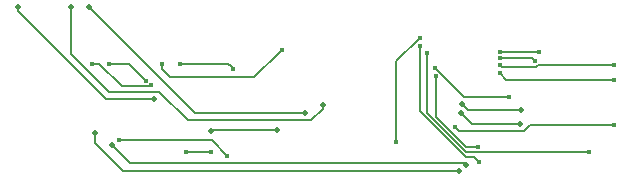
<source format=gbr>
G04 #@! TF.FileFunction,Copper,L2,Bot,Signal*
%FSLAX46Y46*%
G04 Gerber Fmt 4.6, Leading zero omitted, Abs format (unit mm)*
G04 Created by KiCad (PCBNEW 4.0.5) date 2017 June 13, Tuesday 07:26:24*
%MOMM*%
%LPD*%
G01*
G04 APERTURE LIST*
%ADD10C,0.100000*%
%ADD11C,0.460000*%
%ADD12C,0.370000*%
%ADD13C,0.203200*%
%ADD14C,0.152400*%
G04 APERTURE END LIST*
D10*
D11*
X119850000Y-78950000D03*
X125450000Y-78900000D03*
X115000000Y-76286410D03*
X103500000Y-68500000D03*
D12*
X137580379Y-71753622D03*
X142550000Y-81600000D03*
X151900000Y-80750000D03*
X138150000Y-72400000D03*
X142450000Y-80336390D03*
X138900000Y-74313610D03*
X114806723Y-75058590D03*
X109750000Y-73250000D03*
X144300000Y-74050000D03*
X154000000Y-74630000D03*
X114390568Y-74742791D03*
X144318726Y-73355585D03*
X111250000Y-73250000D03*
X154000000Y-73360000D03*
D11*
X110050000Y-79163590D03*
X140852003Y-82354173D03*
X111444168Y-80113590D03*
X141431815Y-81814381D03*
X127825010Y-77425010D03*
X146028527Y-78372011D03*
X141032396Y-77482417D03*
X109550000Y-68450000D03*
X146150000Y-77150000D03*
X141100000Y-76650000D03*
X129350000Y-76750000D03*
X108000000Y-68450000D03*
D12*
X121716340Y-73686390D03*
X144350000Y-72772413D03*
X117250000Y-73250000D03*
X147300000Y-73000000D03*
X125850000Y-72086390D03*
X147600000Y-72250000D03*
X144350000Y-72250000D03*
X115750000Y-73250000D03*
X145050000Y-76050000D03*
X138850000Y-73650000D03*
X137550000Y-71050000D03*
X135550000Y-79900000D03*
X112061361Y-79743182D03*
X121244186Y-81058590D03*
X154000000Y-78440000D03*
X140500000Y-78600000D03*
X119867687Y-80753779D03*
X117769403Y-80753779D03*
D13*
X125450000Y-78900000D02*
X119900000Y-78900000D01*
X119900000Y-78900000D02*
X119850000Y-78950000D01*
X103500000Y-68825269D02*
X110961141Y-76286410D01*
X114674731Y-76286410D02*
X115000000Y-76286410D01*
X103500000Y-68500000D02*
X103500000Y-68825269D01*
X110961141Y-76286410D02*
X114674731Y-76286410D01*
D14*
X141473744Y-81204811D02*
X137580379Y-77311446D01*
X137580379Y-77311446D02*
X137580379Y-72015251D01*
X137580379Y-72015251D02*
X137580379Y-71753622D01*
X142550000Y-81600000D02*
X142154811Y-81204811D01*
X142154811Y-81204811D02*
X141473744Y-81204811D01*
X141450000Y-80750000D02*
X151900000Y-80750000D01*
X138150000Y-77450000D02*
X141450000Y-80750000D01*
X138150000Y-72400000D02*
X138150000Y-77450000D01*
X142188371Y-80336390D02*
X142450000Y-80336390D01*
X141467456Y-80336390D02*
X142188371Y-80336390D01*
X138900000Y-77768934D02*
X141467456Y-80336390D01*
X138900000Y-74313610D02*
X138900000Y-77768934D01*
X114697924Y-75167389D02*
X114806723Y-75058590D01*
X112319789Y-75167389D02*
X114697924Y-75167389D01*
X110402400Y-73250000D02*
X112319789Y-75167389D01*
X109750000Y-73250000D02*
X110402400Y-73250000D01*
X154000000Y-74630000D02*
X144880000Y-74630000D01*
X144880000Y-74630000D02*
X144300000Y-74050000D01*
X112897777Y-73250000D02*
X114205569Y-74557792D01*
X114205569Y-74557792D02*
X114390568Y-74742791D01*
X111250000Y-73250000D02*
X112897777Y-73250000D01*
X147371546Y-73540584D02*
X144503725Y-73540584D01*
X147552130Y-73360000D02*
X147371546Y-73540584D01*
X154000000Y-73360000D02*
X147552130Y-73360000D01*
X144503725Y-73540584D02*
X144318726Y-73355585D01*
D13*
X110050000Y-79488859D02*
X110050000Y-79163590D01*
X110050000Y-79988859D02*
X110050000Y-79488859D01*
X112415314Y-82354173D02*
X110050000Y-79988859D01*
X140852003Y-82354173D02*
X112415314Y-82354173D01*
X111674167Y-80343589D02*
X111444168Y-80113590D01*
X112980578Y-81650000D02*
X111674167Y-80343589D01*
X141431815Y-81814381D02*
X141267434Y-81650000D01*
X141267434Y-81650000D02*
X112980578Y-81650000D01*
X127800000Y-77400000D02*
X127825010Y-77425010D01*
X109550000Y-68450000D02*
X118500000Y-77400000D01*
X118500000Y-77400000D02*
X127800000Y-77400000D01*
X145703258Y-78372011D02*
X146028527Y-78372011D01*
X141921990Y-78372011D02*
X145703258Y-78372011D01*
X141032396Y-77482417D02*
X141921990Y-78372011D01*
X127508126Y-78050000D02*
X127519537Y-78061411D01*
X117900000Y-78050000D02*
X127508126Y-78050000D01*
X115500000Y-75650000D02*
X117900000Y-78050000D01*
X108000000Y-68450000D02*
X108000000Y-72450000D01*
X111200000Y-75650000D02*
X115500000Y-75650000D01*
X108000000Y-72450000D02*
X111200000Y-75650000D01*
X127519537Y-78061411D02*
X128363858Y-78061411D01*
X128363858Y-78061411D02*
X129350000Y-77075269D01*
X129350000Y-77075269D02*
X129350000Y-76750000D01*
X141600000Y-77150000D02*
X146150000Y-77150000D01*
X141100000Y-76650000D02*
X141600000Y-77150000D01*
D14*
X117250000Y-73250000D02*
X121279950Y-73250000D01*
X121531341Y-73501391D02*
X121716340Y-73686390D01*
X121279950Y-73250000D02*
X121531341Y-73501391D01*
X144611629Y-72772413D02*
X144350000Y-72772413D01*
X147072413Y-72772413D02*
X144611629Y-72772413D01*
X147300000Y-73000000D02*
X147072413Y-72772413D01*
X123533990Y-74402400D02*
X125665001Y-72271389D01*
X115750000Y-73750000D02*
X116402400Y-74402400D01*
X115750000Y-73250000D02*
X115750000Y-73750000D01*
X116402400Y-74402400D02*
X123533990Y-74402400D01*
X125665001Y-72271389D02*
X125850000Y-72086390D01*
X144350000Y-72250000D02*
X147600000Y-72250000D01*
X138850000Y-73650000D02*
X141250000Y-76050000D01*
X141250000Y-76050000D02*
X145050000Y-76050000D01*
X135550000Y-79900000D02*
X135550000Y-73050000D01*
X135550000Y-73050000D02*
X137550000Y-71050000D01*
X112322990Y-79743182D02*
X112061361Y-79743182D01*
X119928778Y-79743182D02*
X112322990Y-79743182D01*
X121244186Y-81058590D02*
X119928778Y-79743182D01*
X146321809Y-78983013D02*
X146864822Y-78440000D01*
X140883013Y-78983013D02*
X146321809Y-78983013D01*
X152347600Y-78440000D02*
X154000000Y-78440000D01*
X146864822Y-78440000D02*
X152347600Y-78440000D01*
X140500000Y-78600000D02*
X140883013Y-78983013D01*
X117769403Y-80753779D02*
X119867687Y-80753779D01*
M02*

</source>
